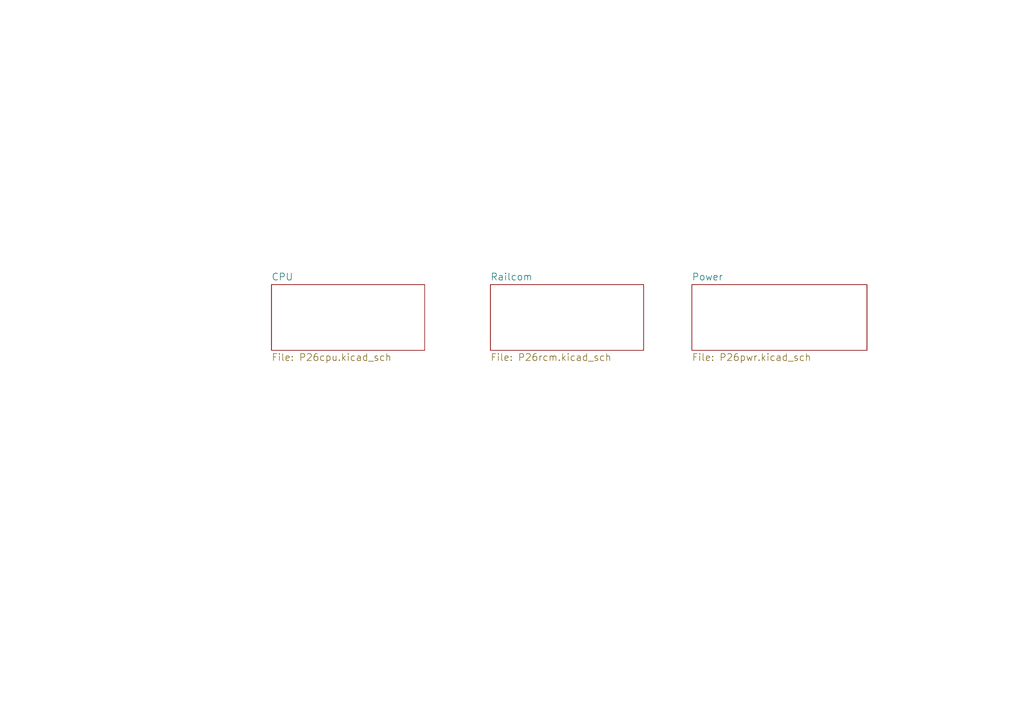
<source format=kicad_sch>
(kicad_sch
	(version 20250114)
	(generator "eeschema")
	(generator_version "9.0")
	(uuid "2c0b86aa-06b4-42ac-8708-4b689586e255")
	(paper "A4")
	(title_block
		(title "RTB P26 Railcom/Motor IF")
		(date "2025-09-07")
		(rev "1")
		(company "Frank Schumacher")
		(comment 1 "Railcom sender & Motor driver")
		(comment 2 "P26.1")
	)
	(lib_symbols)
	(sheet
		(at 78.74 82.55)
		(size 44.45 19.05)
		(exclude_from_sim no)
		(in_bom yes)
		(on_board yes)
		(dnp no)
		(fields_autoplaced yes)
		(stroke
			(width 0)
			(type solid)
		)
		(fill
			(color 0 0 0 0.0000)
		)
		(uuid "00000000-0000-0000-0000-00005b6c6b9d")
		(property "Sheetname" "CPU"
			(at 78.74 81.4701 0)
			(effects
				(font
					(size 2.0066 2.0066)
				)
				(justify left bottom)
			)
		)
		(property "Sheetfile" "P26cpu.kicad_sch"
			(at 78.74 102.4792 0)
			(effects
				(font
					(size 2.0066 2.0066)
				)
				(justify left top)
			)
		)
		(instances
			(project "P26"
				(path "/2c0b86aa-06b4-42ac-8708-4b689586e255"
					(page "2")
				)
			)
		)
	)
	(sheet
		(at 142.24 82.55)
		(size 44.45 19.05)
		(exclude_from_sim no)
		(in_bom yes)
		(on_board yes)
		(dnp no)
		(fields_autoplaced yes)
		(stroke
			(width 0)
			(type solid)
		)
		(fill
			(color 0 0 0 0.0000)
		)
		(uuid "00000000-0000-0000-0000-00005b6d3404")
		(property "Sheetname" "Railcom"
			(at 142.24 81.4701 0)
			(effects
				(font
					(size 2.0066 2.0066)
				)
				(justify left bottom)
			)
		)
		(property "Sheetfile" "P26rcm.kicad_sch"
			(at 142.24 102.4792 0)
			(effects
				(font
					(size 2.0066 2.0066)
				)
				(justify left top)
			)
		)
		(instances
			(project "P26"
				(path "/2c0b86aa-06b4-42ac-8708-4b689586e255"
					(page "3")
				)
			)
		)
	)
	(sheet
		(at 200.66 82.55)
		(size 50.8 19.05)
		(exclude_from_sim no)
		(in_bom yes)
		(on_board yes)
		(dnp no)
		(fields_autoplaced yes)
		(stroke
			(width 0)
			(type solid)
		)
		(fill
			(color 0 0 0 0.0000)
		)
		(uuid "00000000-0000-0000-0000-00005ca7768a")
		(property "Sheetname" "Power"
			(at 200.66 81.4701 0)
			(effects
				(font
					(size 2.0066 2.0066)
				)
				(justify left bottom)
			)
		)
		(property "Sheetfile" "P26pwr.kicad_sch"
			(at 200.66 102.4792 0)
			(effects
				(font
					(size 2.0066 2.0066)
				)
				(justify left top)
			)
		)
		(instances
			(project "P26"
				(path "/2c0b86aa-06b4-42ac-8708-4b689586e255"
					(page "4")
				)
			)
		)
	)
	(sheet_instances
		(path "/"
			(page "1")
		)
	)
	(embedded_fonts no)
)

</source>
